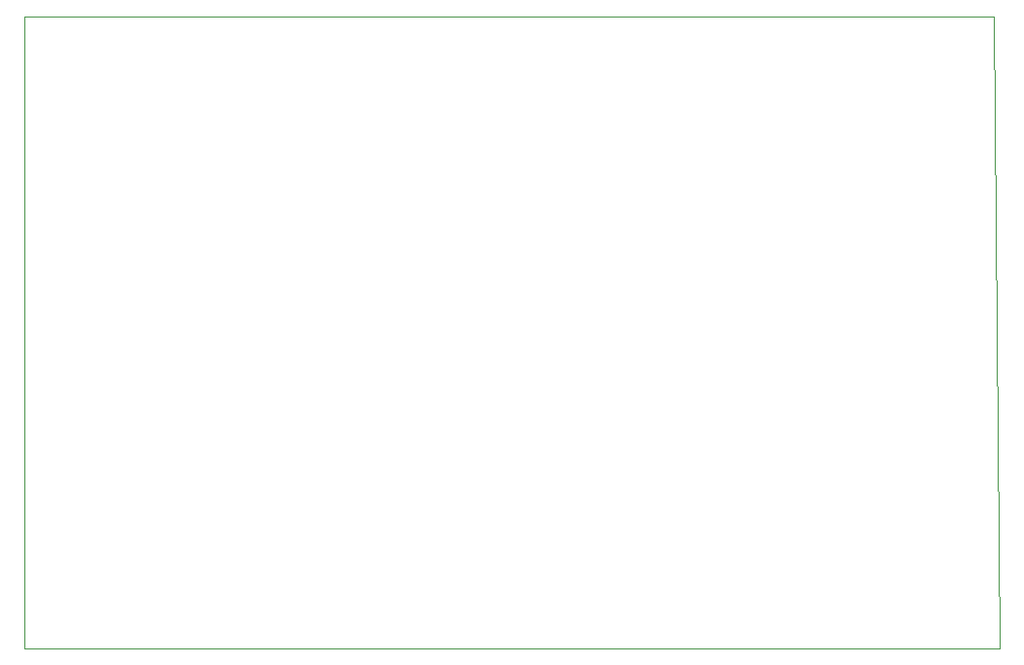
<source format=gbr>
%TF.GenerationSoftware,KiCad,Pcbnew,9.0.2*%
%TF.CreationDate,2025-06-05T21:12:55+05:30*%
%TF.ProjectId,1 try,31207472-792e-46b6-9963-61645f706362,rev?*%
%TF.SameCoordinates,Original*%
%TF.FileFunction,Profile,NP*%
%FSLAX46Y46*%
G04 Gerber Fmt 4.6, Leading zero omitted, Abs format (unit mm)*
G04 Created by KiCad (PCBNEW 9.0.2) date 2025-06-05 21:12:55*
%MOMM*%
%LPD*%
G01*
G04 APERTURE LIST*
%TA.AperFunction,Profile*%
%ADD10C,0.050000*%
%TD*%
G04 APERTURE END LIST*
D10*
X163750000Y-115500000D02*
X163250000Y-60500000D01*
X163750000Y-115500000D02*
X79000000Y-115500000D01*
X79000000Y-60500000D02*
X79000000Y-63000000D01*
X79000000Y-115500000D02*
X79000000Y-63000000D01*
X163250000Y-60500000D02*
X79000000Y-60500000D01*
M02*

</source>
